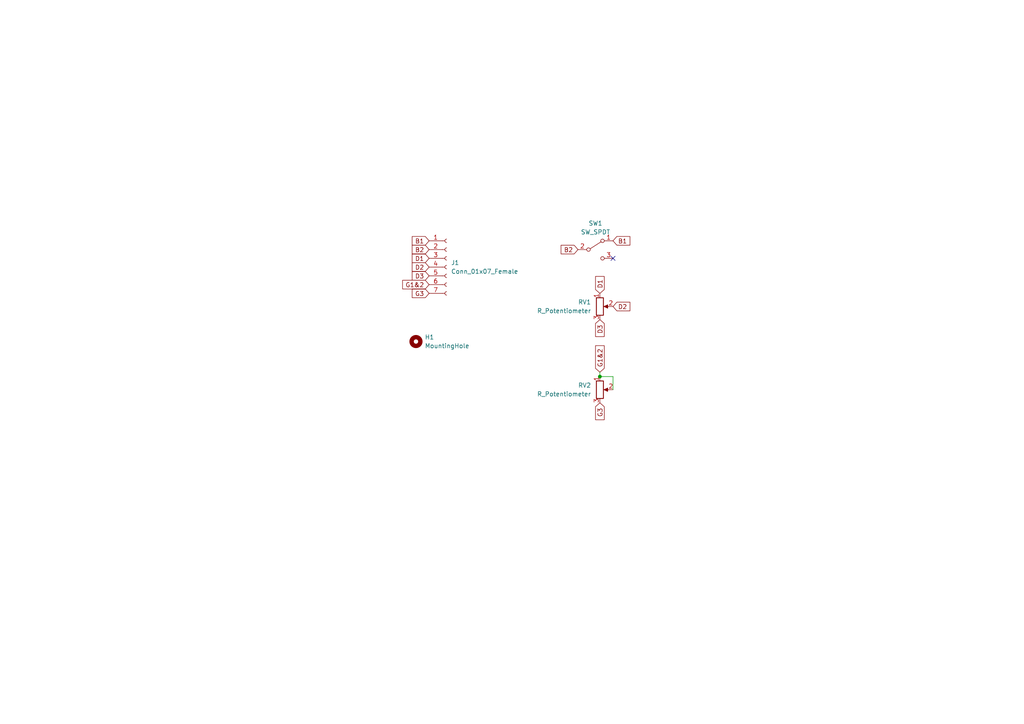
<source format=kicad_sch>
(kicad_sch (version 20211123) (generator eeschema)
  (paper "A4")
  (lib_symbols
    (symbol "Connector:Conn_01x07_Female" (pin_names (offset 1.016) hide)
      (property "Reference" "J" (at 0 10.16 0))
      (property "Value" "Conn_01x07_Female" (at 0 -10.16 0))
      (symbol "Conn_01x07_Female_1_1"
        (arc (start 0 -7.112) (mid -0.508 -7.62) (end 0 -8.128) (stroke (width 0.1524)))
        (arc (start 0 -4.572) (mid -0.508 -5.08) (end 0 -5.588) (stroke (width 0.1524)))
        (arc (start 0 -2.032) (mid -0.508 -2.54) (end 0 -3.048) (stroke (width 0.1524)))
        (polyline (pts (xy -1.27 -7.62) (xy -0.508 -7.62)) (stroke (width 0.1524)))
        (polyline (pts (xy -1.27 -5.08) (xy -0.508 -5.08)) (stroke (width 0.1524)))
        (polyline (pts (xy -1.27 -2.54) (xy -0.508 -2.54)) (stroke (width 0.1524)))
        (polyline (pts (xy -1.27 0) (xy -0.508 0)) (stroke (width 0.1524)))
        (polyline (pts (xy -1.27 2.54) (xy -0.508 2.54)) (stroke (width 0.1524)))
        (polyline (pts (xy -1.27 5.08) (xy -0.508 5.08)) (stroke (width 0.1524)))
        (polyline (pts (xy -1.27 7.62) (xy -0.508 7.62)) (stroke (width 0.1524)))
        (arc (start 0 0.508) (mid -0.508 0) (end 0 -0.508) (stroke (width 0.1524)))
        (arc (start 0 3.048) (mid -0.508 2.54) (end 0 2.032) (stroke (width 0.1524)))
        (arc (start 0 5.588) (mid -0.508 5.08) (end 0 4.572) (stroke (width 0.1524)))
        (arc (start 0 8.128) (mid -0.508 7.62) (end 0 7.112) (stroke (width 0.1524)))
        (pin passive line (at -5.08 7.62 0) (length 3.81) (name "Pin_1") (number "1"))
        (pin passive line (at -5.08 5.08 0) (length 3.81) (name "Pin_2") (number "2"))
        (pin passive line (at -5.08 2.54 0) (length 3.81) (name "Pin_3") (number "3"))
        (pin passive line (at -5.08 0 0) (length 3.81) (name "Pin_4") (number "4"))
        (pin passive line (at -5.08 -2.54 0) (length 3.81) (name "Pin_5") (number "5"))
        (pin passive line (at -5.08 -5.08 0) (length 3.81) (name "Pin_6") (number "6"))
        (pin passive line (at -5.08 -7.62 0) (length 3.81) (name "Pin_7") (number "7"))
      )
    )
    (symbol "Device:R_Potentiometer" (pin_names (offset 1.016) hide)
      (property "Reference" "RV" (at -4.445 0 90))
      (property "Value" "R_Potentiometer" (at -2.54 0 90))
      (symbol "R_Potentiometer_0_1"
        (polyline (pts (xy 2.54 0) (xy 1.524 0)))
        (polyline (pts (xy 1.143 0) (xy 2.286 0.508) (xy 2.286 -0.508) (xy 1.143 0)) (fill (type outline)))
        (rectangle (start 1.016 2.54) (end -1.016 -2.54) (stroke (width 0.254)))
      )
      (symbol "R_Potentiometer_1_1"
        (pin passive line (at 0 3.81 270) (length 1.27) (name "1") (number "1"))
        (pin passive line (at 3.81 0 180) (length 1.27) (name "2") (number "2"))
        (pin passive line (at 0 -3.81 90) (length 1.27) (name "3") (number "3"))
      )
    )
    (symbol "Mechanical:MountingHole" (pin_names (offset 1.016))
      (property "Reference" "H" (at 0 5.08 0))
      (property "Value" "MountingHole" (at 0 3.175 0))
      (symbol "MountingHole_0_1"
        (circle (center 0 0) (radius 1.27) (stroke (width 1.27)))
      )
    )
    (symbol "Switch:SW_SPDT" (pin_names (offset 0) hide)
      (property "Reference" "SW" (at 0 4.318 0))
      (property "Value" "SW_SPDT" (at 0 -5.08 0))
      (symbol "SW_SPDT_0_0"
        (circle (center -2.032 0) (radius 0.508))
        (circle (center 2.032 -2.54) (radius 0.508))
      )
      (symbol "SW_SPDT_0_1"
        (polyline (pts (xy -1.524 0.254) (xy 1.651 2.286)))
        (circle (center 2.032 2.54) (radius 0.508))
      )
      (symbol "SW_SPDT_1_1"
        (pin passive line (at 5.08 2.54 180) (length 2.54) (name "A") (number "1"))
        (pin passive line (at -5.08 0 0) (length 2.54) (name "B") (number "2"))
        (pin passive line (at 5.08 -2.54 180) (length 2.54) (name "C") (number "3"))
      )
    )
  )
  (junction (at 173.99 109.22))
  (no_connect (at 177.8 74.93))
  (wire (pts (xy 173.99 109.22) (xy 177.8 109.22)))
  (wire (pts (xy 173.99 107.95) (xy 173.99 109.22)))
  (wire (pts (xy 177.8 113.03) (xy 177.8 109.22)))
  (global_label "G1&2" (shape input) (at 124.46 82.55 180) (property "Intersheet References" "${INTERSHEET_REFS}" (effects hide)))
  (global_label "D2" (shape input) (at 124.46 77.47 180) (property "Intersheet References" "${INTERSHEET_REFS}" (effects hide)))
  (global_label "D1" (shape input) (at 173.99 85.09 90) (property "Intersheet References" "${INTERSHEET_REFS}" (effects hide)))
  (global_label "G1&2" (shape input) (at 173.99 107.95 90) (property "Intersheet References" "${INTERSHEET_REFS}" (effects hide)))
  (global_label "D2" (shape input) (at 177.8 88.9 0) (property "Intersheet References" "${INTERSHEET_REFS}" (effects hide)))
  (global_label "B1" (shape input) (at 124.46 69.85 180) (property "Intersheet References" "${INTERSHEET_REFS}" (effects hide)))
  (global_label "B1" (shape input) (at 177.8 69.85 0) (property "Intersheet References" "${INTERSHEET_REFS}" (effects hide)))
  (global_label "B2" (shape input) (at 124.46 72.39 180) (property "Intersheet References" "${INTERSHEET_REFS}" (effects hide)))
  (global_label "D3" (shape input) (at 173.99 92.71 270) (property "Intersheet References" "${INTERSHEET_REFS}" (effects hide)))
  (global_label "B2" (shape input) (at 167.64 72.39 180) (property "Intersheet References" "${INTERSHEET_REFS}" (effects hide)))
  (global_label "G3" (shape input) (at 173.99 116.84 270) (property "Intersheet References" "${INTERSHEET_REFS}" (effects hide)))
  (global_label "G3" (shape input) (at 124.46 85.09 180) (property "Intersheet References" "${INTERSHEET_REFS}" (effects hide)))
  (global_label "D1" (shape input) (at 124.46 74.93 180) (property "Intersheet References" "${INTERSHEET_REFS}" (effects hide)))
  (global_label "D3" (shape input) (at 124.46 80.01 180) (property "Intersheet References" "${INTERSHEET_REFS}" (effects hide)))
  (symbol (lib_id "Switch:SW_SPDT") (at 172.72 72.39 0) (unit 1)
    (property "Reference" "SW1" (at 172.72 64.77 0))
    (property "Value" "SW_SPDT" (at 172.72 67.31 0))
    (property "Footprint" "Footprints:SPDT_fi6mm_footswitch" (effects hide))
  )
  (symbol (lib_id "Connector:Conn_01x07_Female") (at 129.54 77.47 0) (unit 1)
    (property "Reference" "J1" (at 130.81 76.1999 0) (effects (justify left)))
    (property "Value" "Conn_01x07_Female" (at 130.81 78.7399 0) (effects (justify left)))
    (property "Footprint" "Connector_PinHeader_2.54mm:PinHeader_1x07_P2.54mm_Vertical" (effects hide))
  )
  (symbol (lib_id "Device:R_Potentiometer") (at 173.99 113.03 0) (unit 1)
    (property "Reference" "RV2" (at 171.45 111.7599 0) (effects (justify right)))
    (property "Value" "R_Potentiometer" (at 171.45 114.2999 0) (effects (justify right)))
    (property "Footprint" "Footprints:Vertical big potentiometer" (effects hide))
  )
  (symbol (lib_id "Device:R_Potentiometer") (at 173.99 88.9 0) (unit 1)
    (property "Reference" "RV1" (at 171.45 87.6299 0) (effects (justify right)))
    (property "Value" "R_Potentiometer" (at 171.45 90.1699 0) (effects (justify right)))
    (property "Footprint" "Footprints:Vertical big potentiometer" (effects hide))
  )
  (symbol (lib_id "Mechanical:MountingHole") (at 120.65 99.06 0) (unit 1)
    (property "Reference" "H1" (at 123.19 97.7899 0) (effects (justify left)))
    (property "Value" "MountingHole" (at 123.19 100.3299 0) (effects (justify left)))
    (property "Footprint" "MountingHole:MountingHole_2.2mm_M2" (effects hide))
  )
)
</source>
